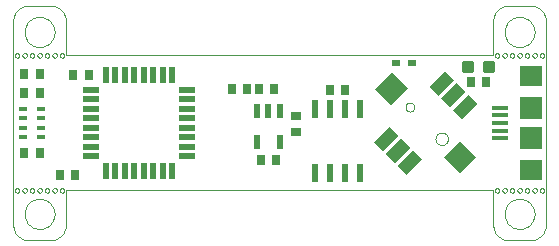
<source format=gtp>
G75*
%MOIN*%
%OFA0B0*%
%FSLAX24Y24*%
%IPPOS*%
%LPD*%
%AMOC8*
5,1,8,0,0,1.08239X$1,22.5*
%
%ADD10C,0.0000*%
%ADD11R,0.0728X0.0433*%
%ADD12R,0.0787X0.0748*%
%ADD13R,0.0551X0.0138*%
%ADD14R,0.0748X0.0709*%
%ADD15R,0.0748X0.0748*%
%ADD16R,0.0236X0.0610*%
%ADD17R,0.0217X0.0472*%
%ADD18C,0.0118*%
%ADD19R,0.0276X0.0197*%
%ADD20R,0.0276X0.0354*%
%ADD21R,0.0354X0.0276*%
%ADD22R,0.0276X0.0177*%
%ADD23R,0.0197X0.0571*%
%ADD24R,0.0571X0.0197*%
D10*
X004943Y002737D02*
X005693Y002737D01*
X005737Y002739D01*
X005780Y002745D01*
X005822Y002754D01*
X005864Y002767D01*
X005904Y002784D01*
X005943Y002804D01*
X005980Y002827D01*
X006014Y002854D01*
X006047Y002883D01*
X006076Y002916D01*
X006103Y002950D01*
X006126Y002987D01*
X006146Y003026D01*
X006163Y003066D01*
X006176Y003108D01*
X006185Y003150D01*
X006191Y003193D01*
X006193Y003237D01*
X006193Y004393D01*
X020443Y004393D01*
X020443Y003237D01*
X020445Y003193D01*
X020451Y003150D01*
X020460Y003108D01*
X020473Y003066D01*
X020490Y003026D01*
X020510Y002987D01*
X020533Y002950D01*
X020560Y002916D01*
X020589Y002883D01*
X020622Y002854D01*
X020656Y002827D01*
X020693Y002804D01*
X020732Y002784D01*
X020772Y002767D01*
X020814Y002754D01*
X020856Y002745D01*
X020899Y002739D01*
X020943Y002737D01*
X021693Y002737D01*
X021737Y002739D01*
X021780Y002745D01*
X021822Y002754D01*
X021864Y002767D01*
X021904Y002784D01*
X021943Y002804D01*
X021980Y002827D01*
X022014Y002854D01*
X022047Y002883D01*
X022076Y002916D01*
X022103Y002950D01*
X022126Y002987D01*
X022146Y003026D01*
X022163Y003066D01*
X022176Y003108D01*
X022185Y003150D01*
X022191Y003193D01*
X022193Y003237D01*
X022193Y010050D01*
X022191Y010094D01*
X022185Y010137D01*
X022176Y010179D01*
X022163Y010221D01*
X022146Y010261D01*
X022126Y010300D01*
X022103Y010337D01*
X022076Y010371D01*
X022047Y010404D01*
X022014Y010433D01*
X021980Y010460D01*
X021943Y010483D01*
X021904Y010503D01*
X021864Y010520D01*
X021822Y010533D01*
X021780Y010542D01*
X021737Y010548D01*
X021693Y010550D01*
X020943Y010550D01*
X020899Y010548D01*
X020856Y010542D01*
X020814Y010533D01*
X020772Y010520D01*
X020732Y010503D01*
X020693Y010483D01*
X020656Y010460D01*
X020622Y010433D01*
X020589Y010404D01*
X020560Y010371D01*
X020533Y010337D01*
X020510Y010300D01*
X020490Y010261D01*
X020473Y010221D01*
X020460Y010179D01*
X020451Y010137D01*
X020445Y010094D01*
X020443Y010050D01*
X020443Y008893D01*
X006193Y008893D01*
X006193Y010050D01*
X006191Y010094D01*
X006185Y010137D01*
X006176Y010179D01*
X006163Y010221D01*
X006146Y010261D01*
X006126Y010300D01*
X006103Y010337D01*
X006076Y010371D01*
X006047Y010404D01*
X006014Y010433D01*
X005980Y010460D01*
X005943Y010483D01*
X005904Y010503D01*
X005864Y010520D01*
X005822Y010533D01*
X005780Y010542D01*
X005737Y010548D01*
X005693Y010550D01*
X004943Y010550D01*
X004899Y010548D01*
X004856Y010542D01*
X004814Y010533D01*
X004772Y010520D01*
X004732Y010503D01*
X004693Y010483D01*
X004656Y010460D01*
X004622Y010433D01*
X004589Y010404D01*
X004560Y010371D01*
X004533Y010337D01*
X004510Y010300D01*
X004490Y010261D01*
X004473Y010221D01*
X004460Y010179D01*
X004451Y010137D01*
X004445Y010094D01*
X004443Y010050D01*
X004443Y003237D01*
X004445Y003193D01*
X004451Y003150D01*
X004460Y003108D01*
X004473Y003066D01*
X004490Y003026D01*
X004510Y002987D01*
X004533Y002950D01*
X004560Y002916D01*
X004589Y002883D01*
X004622Y002854D01*
X004656Y002827D01*
X004693Y002804D01*
X004732Y002784D01*
X004772Y002767D01*
X004814Y002754D01*
X004856Y002745D01*
X004899Y002739D01*
X004943Y002737D01*
X004818Y003612D02*
X004820Y003656D01*
X004826Y003700D01*
X004836Y003743D01*
X004849Y003785D01*
X004866Y003826D01*
X004887Y003865D01*
X004911Y003902D01*
X004938Y003937D01*
X004968Y003969D01*
X005001Y003999D01*
X005037Y004025D01*
X005074Y004049D01*
X005114Y004068D01*
X005155Y004085D01*
X005198Y004097D01*
X005241Y004106D01*
X005285Y004111D01*
X005329Y004112D01*
X005373Y004109D01*
X005417Y004102D01*
X005460Y004091D01*
X005502Y004077D01*
X005542Y004059D01*
X005581Y004037D01*
X005617Y004013D01*
X005651Y003985D01*
X005683Y003954D01*
X005712Y003920D01*
X005738Y003884D01*
X005760Y003846D01*
X005779Y003806D01*
X005794Y003764D01*
X005806Y003722D01*
X005814Y003678D01*
X005818Y003634D01*
X005818Y003590D01*
X005814Y003546D01*
X005806Y003502D01*
X005794Y003460D01*
X005779Y003418D01*
X005760Y003378D01*
X005738Y003340D01*
X005712Y003304D01*
X005683Y003270D01*
X005651Y003239D01*
X005617Y003211D01*
X005581Y003187D01*
X005542Y003165D01*
X005502Y003147D01*
X005460Y003133D01*
X005417Y003122D01*
X005373Y003115D01*
X005329Y003112D01*
X005285Y003113D01*
X005241Y003118D01*
X005198Y003127D01*
X005155Y003139D01*
X005114Y003156D01*
X005074Y003175D01*
X005037Y003199D01*
X005001Y003225D01*
X004968Y003255D01*
X004938Y003287D01*
X004911Y003322D01*
X004887Y003359D01*
X004866Y003398D01*
X004849Y003439D01*
X004836Y003481D01*
X004826Y003524D01*
X004820Y003568D01*
X004818Y003612D01*
X004743Y004393D02*
X004745Y004410D01*
X004750Y004426D01*
X004759Y004440D01*
X004771Y004452D01*
X004785Y004461D01*
X004801Y004466D01*
X004818Y004468D01*
X004835Y004466D01*
X004851Y004461D01*
X004865Y004452D01*
X004877Y004440D01*
X004886Y004426D01*
X004891Y004410D01*
X004893Y004393D01*
X004891Y004376D01*
X004886Y004360D01*
X004877Y004346D01*
X004865Y004334D01*
X004851Y004325D01*
X004835Y004320D01*
X004818Y004318D01*
X004801Y004320D01*
X004785Y004325D01*
X004771Y004334D01*
X004759Y004346D01*
X004750Y004360D01*
X004745Y004376D01*
X004743Y004393D01*
X004493Y004393D02*
X004495Y004410D01*
X004500Y004426D01*
X004509Y004440D01*
X004521Y004452D01*
X004535Y004461D01*
X004551Y004466D01*
X004568Y004468D01*
X004585Y004466D01*
X004601Y004461D01*
X004615Y004452D01*
X004627Y004440D01*
X004636Y004426D01*
X004641Y004410D01*
X004643Y004393D01*
X004641Y004376D01*
X004636Y004360D01*
X004627Y004346D01*
X004615Y004334D01*
X004601Y004325D01*
X004585Y004320D01*
X004568Y004318D01*
X004551Y004320D01*
X004535Y004325D01*
X004521Y004334D01*
X004509Y004346D01*
X004500Y004360D01*
X004495Y004376D01*
X004493Y004393D01*
X004993Y004393D02*
X004995Y004410D01*
X005000Y004426D01*
X005009Y004440D01*
X005021Y004452D01*
X005035Y004461D01*
X005051Y004466D01*
X005068Y004468D01*
X005085Y004466D01*
X005101Y004461D01*
X005115Y004452D01*
X005127Y004440D01*
X005136Y004426D01*
X005141Y004410D01*
X005143Y004393D01*
X005141Y004376D01*
X005136Y004360D01*
X005127Y004346D01*
X005115Y004334D01*
X005101Y004325D01*
X005085Y004320D01*
X005068Y004318D01*
X005051Y004320D01*
X005035Y004325D01*
X005021Y004334D01*
X005009Y004346D01*
X005000Y004360D01*
X004995Y004376D01*
X004993Y004393D01*
X005243Y004393D02*
X005245Y004410D01*
X005250Y004426D01*
X005259Y004440D01*
X005271Y004452D01*
X005285Y004461D01*
X005301Y004466D01*
X005318Y004468D01*
X005335Y004466D01*
X005351Y004461D01*
X005365Y004452D01*
X005377Y004440D01*
X005386Y004426D01*
X005391Y004410D01*
X005393Y004393D01*
X005391Y004376D01*
X005386Y004360D01*
X005377Y004346D01*
X005365Y004334D01*
X005351Y004325D01*
X005335Y004320D01*
X005318Y004318D01*
X005301Y004320D01*
X005285Y004325D01*
X005271Y004334D01*
X005259Y004346D01*
X005250Y004360D01*
X005245Y004376D01*
X005243Y004393D01*
X005493Y004393D02*
X005495Y004410D01*
X005500Y004426D01*
X005509Y004440D01*
X005521Y004452D01*
X005535Y004461D01*
X005551Y004466D01*
X005568Y004468D01*
X005585Y004466D01*
X005601Y004461D01*
X005615Y004452D01*
X005627Y004440D01*
X005636Y004426D01*
X005641Y004410D01*
X005643Y004393D01*
X005641Y004376D01*
X005636Y004360D01*
X005627Y004346D01*
X005615Y004334D01*
X005601Y004325D01*
X005585Y004320D01*
X005568Y004318D01*
X005551Y004320D01*
X005535Y004325D01*
X005521Y004334D01*
X005509Y004346D01*
X005500Y004360D01*
X005495Y004376D01*
X005493Y004393D01*
X005743Y004393D02*
X005745Y004410D01*
X005750Y004426D01*
X005759Y004440D01*
X005771Y004452D01*
X005785Y004461D01*
X005801Y004466D01*
X005818Y004468D01*
X005835Y004466D01*
X005851Y004461D01*
X005865Y004452D01*
X005877Y004440D01*
X005886Y004426D01*
X005891Y004410D01*
X005893Y004393D01*
X005891Y004376D01*
X005886Y004360D01*
X005877Y004346D01*
X005865Y004334D01*
X005851Y004325D01*
X005835Y004320D01*
X005818Y004318D01*
X005801Y004320D01*
X005785Y004325D01*
X005771Y004334D01*
X005759Y004346D01*
X005750Y004360D01*
X005745Y004376D01*
X005743Y004393D01*
X005993Y004393D02*
X005995Y004410D01*
X006000Y004426D01*
X006009Y004440D01*
X006021Y004452D01*
X006035Y004461D01*
X006051Y004466D01*
X006068Y004468D01*
X006085Y004466D01*
X006101Y004461D01*
X006115Y004452D01*
X006127Y004440D01*
X006136Y004426D01*
X006141Y004410D01*
X006143Y004393D01*
X006141Y004376D01*
X006136Y004360D01*
X006127Y004346D01*
X006115Y004334D01*
X006101Y004325D01*
X006085Y004320D01*
X006068Y004318D01*
X006051Y004320D01*
X006035Y004325D01*
X006021Y004334D01*
X006009Y004346D01*
X006000Y004360D01*
X005995Y004376D01*
X005993Y004393D01*
X005993Y008893D02*
X005995Y008910D01*
X006000Y008926D01*
X006009Y008940D01*
X006021Y008952D01*
X006035Y008961D01*
X006051Y008966D01*
X006068Y008968D01*
X006085Y008966D01*
X006101Y008961D01*
X006115Y008952D01*
X006127Y008940D01*
X006136Y008926D01*
X006141Y008910D01*
X006143Y008893D01*
X006141Y008876D01*
X006136Y008860D01*
X006127Y008846D01*
X006115Y008834D01*
X006101Y008825D01*
X006085Y008820D01*
X006068Y008818D01*
X006051Y008820D01*
X006035Y008825D01*
X006021Y008834D01*
X006009Y008846D01*
X006000Y008860D01*
X005995Y008876D01*
X005993Y008893D01*
X005743Y008893D02*
X005745Y008910D01*
X005750Y008926D01*
X005759Y008940D01*
X005771Y008952D01*
X005785Y008961D01*
X005801Y008966D01*
X005818Y008968D01*
X005835Y008966D01*
X005851Y008961D01*
X005865Y008952D01*
X005877Y008940D01*
X005886Y008926D01*
X005891Y008910D01*
X005893Y008893D01*
X005891Y008876D01*
X005886Y008860D01*
X005877Y008846D01*
X005865Y008834D01*
X005851Y008825D01*
X005835Y008820D01*
X005818Y008818D01*
X005801Y008820D01*
X005785Y008825D01*
X005771Y008834D01*
X005759Y008846D01*
X005750Y008860D01*
X005745Y008876D01*
X005743Y008893D01*
X005493Y008893D02*
X005495Y008910D01*
X005500Y008926D01*
X005509Y008940D01*
X005521Y008952D01*
X005535Y008961D01*
X005551Y008966D01*
X005568Y008968D01*
X005585Y008966D01*
X005601Y008961D01*
X005615Y008952D01*
X005627Y008940D01*
X005636Y008926D01*
X005641Y008910D01*
X005643Y008893D01*
X005641Y008876D01*
X005636Y008860D01*
X005627Y008846D01*
X005615Y008834D01*
X005601Y008825D01*
X005585Y008820D01*
X005568Y008818D01*
X005551Y008820D01*
X005535Y008825D01*
X005521Y008834D01*
X005509Y008846D01*
X005500Y008860D01*
X005495Y008876D01*
X005493Y008893D01*
X005243Y008893D02*
X005245Y008910D01*
X005250Y008926D01*
X005259Y008940D01*
X005271Y008952D01*
X005285Y008961D01*
X005301Y008966D01*
X005318Y008968D01*
X005335Y008966D01*
X005351Y008961D01*
X005365Y008952D01*
X005377Y008940D01*
X005386Y008926D01*
X005391Y008910D01*
X005393Y008893D01*
X005391Y008876D01*
X005386Y008860D01*
X005377Y008846D01*
X005365Y008834D01*
X005351Y008825D01*
X005335Y008820D01*
X005318Y008818D01*
X005301Y008820D01*
X005285Y008825D01*
X005271Y008834D01*
X005259Y008846D01*
X005250Y008860D01*
X005245Y008876D01*
X005243Y008893D01*
X004993Y008893D02*
X004995Y008910D01*
X005000Y008926D01*
X005009Y008940D01*
X005021Y008952D01*
X005035Y008961D01*
X005051Y008966D01*
X005068Y008968D01*
X005085Y008966D01*
X005101Y008961D01*
X005115Y008952D01*
X005127Y008940D01*
X005136Y008926D01*
X005141Y008910D01*
X005143Y008893D01*
X005141Y008876D01*
X005136Y008860D01*
X005127Y008846D01*
X005115Y008834D01*
X005101Y008825D01*
X005085Y008820D01*
X005068Y008818D01*
X005051Y008820D01*
X005035Y008825D01*
X005021Y008834D01*
X005009Y008846D01*
X005000Y008860D01*
X004995Y008876D01*
X004993Y008893D01*
X004743Y008893D02*
X004745Y008910D01*
X004750Y008926D01*
X004759Y008940D01*
X004771Y008952D01*
X004785Y008961D01*
X004801Y008966D01*
X004818Y008968D01*
X004835Y008966D01*
X004851Y008961D01*
X004865Y008952D01*
X004877Y008940D01*
X004886Y008926D01*
X004891Y008910D01*
X004893Y008893D01*
X004891Y008876D01*
X004886Y008860D01*
X004877Y008846D01*
X004865Y008834D01*
X004851Y008825D01*
X004835Y008820D01*
X004818Y008818D01*
X004801Y008820D01*
X004785Y008825D01*
X004771Y008834D01*
X004759Y008846D01*
X004750Y008860D01*
X004745Y008876D01*
X004743Y008893D01*
X004493Y008893D02*
X004495Y008910D01*
X004500Y008926D01*
X004509Y008940D01*
X004521Y008952D01*
X004535Y008961D01*
X004551Y008966D01*
X004568Y008968D01*
X004585Y008966D01*
X004601Y008961D01*
X004615Y008952D01*
X004627Y008940D01*
X004636Y008926D01*
X004641Y008910D01*
X004643Y008893D01*
X004641Y008876D01*
X004636Y008860D01*
X004627Y008846D01*
X004615Y008834D01*
X004601Y008825D01*
X004585Y008820D01*
X004568Y008818D01*
X004551Y008820D01*
X004535Y008825D01*
X004521Y008834D01*
X004509Y008846D01*
X004500Y008860D01*
X004495Y008876D01*
X004493Y008893D01*
X004818Y009675D02*
X004820Y009719D01*
X004826Y009763D01*
X004836Y009806D01*
X004849Y009848D01*
X004866Y009889D01*
X004887Y009928D01*
X004911Y009965D01*
X004938Y010000D01*
X004968Y010032D01*
X005001Y010062D01*
X005037Y010088D01*
X005074Y010112D01*
X005114Y010131D01*
X005155Y010148D01*
X005198Y010160D01*
X005241Y010169D01*
X005285Y010174D01*
X005329Y010175D01*
X005373Y010172D01*
X005417Y010165D01*
X005460Y010154D01*
X005502Y010140D01*
X005542Y010122D01*
X005581Y010100D01*
X005617Y010076D01*
X005651Y010048D01*
X005683Y010017D01*
X005712Y009983D01*
X005738Y009947D01*
X005760Y009909D01*
X005779Y009869D01*
X005794Y009827D01*
X005806Y009785D01*
X005814Y009741D01*
X005818Y009697D01*
X005818Y009653D01*
X005814Y009609D01*
X005806Y009565D01*
X005794Y009523D01*
X005779Y009481D01*
X005760Y009441D01*
X005738Y009403D01*
X005712Y009367D01*
X005683Y009333D01*
X005651Y009302D01*
X005617Y009274D01*
X005581Y009250D01*
X005542Y009228D01*
X005502Y009210D01*
X005460Y009196D01*
X005417Y009185D01*
X005373Y009178D01*
X005329Y009175D01*
X005285Y009176D01*
X005241Y009181D01*
X005198Y009190D01*
X005155Y009202D01*
X005114Y009219D01*
X005074Y009238D01*
X005037Y009262D01*
X005001Y009288D01*
X004968Y009318D01*
X004938Y009350D01*
X004911Y009385D01*
X004887Y009422D01*
X004866Y009461D01*
X004849Y009502D01*
X004836Y009544D01*
X004826Y009587D01*
X004820Y009631D01*
X004818Y009675D01*
X017516Y007172D02*
X017518Y007196D01*
X017524Y007219D01*
X017533Y007241D01*
X017546Y007261D01*
X017561Y007279D01*
X017580Y007294D01*
X017601Y007306D01*
X017623Y007314D01*
X017646Y007319D01*
X017670Y007320D01*
X017694Y007317D01*
X017716Y007310D01*
X017738Y007300D01*
X017758Y007287D01*
X017775Y007270D01*
X017789Y007251D01*
X017800Y007230D01*
X017808Y007207D01*
X017812Y007184D01*
X017812Y007160D01*
X017808Y007137D01*
X017800Y007114D01*
X017789Y007093D01*
X017775Y007074D01*
X017758Y007057D01*
X017738Y007044D01*
X017716Y007034D01*
X017694Y007027D01*
X017670Y007024D01*
X017646Y007025D01*
X017623Y007030D01*
X017601Y007038D01*
X017580Y007050D01*
X017561Y007065D01*
X017546Y007083D01*
X017533Y007103D01*
X017524Y007125D01*
X017518Y007148D01*
X017516Y007172D01*
X018515Y006114D02*
X018517Y006142D01*
X018523Y006170D01*
X018532Y006196D01*
X018545Y006222D01*
X018561Y006245D01*
X018581Y006265D01*
X018603Y006283D01*
X018627Y006298D01*
X018653Y006309D01*
X018680Y006317D01*
X018708Y006321D01*
X018736Y006321D01*
X018764Y006317D01*
X018791Y006309D01*
X018817Y006298D01*
X018841Y006283D01*
X018863Y006265D01*
X018883Y006245D01*
X018899Y006222D01*
X018912Y006196D01*
X018921Y006170D01*
X018927Y006142D01*
X018929Y006114D01*
X018927Y006086D01*
X018921Y006058D01*
X018912Y006032D01*
X018899Y006006D01*
X018883Y005983D01*
X018863Y005963D01*
X018841Y005945D01*
X018817Y005930D01*
X018791Y005919D01*
X018764Y005911D01*
X018736Y005907D01*
X018708Y005907D01*
X018680Y005911D01*
X018653Y005919D01*
X018627Y005930D01*
X018603Y005945D01*
X018581Y005963D01*
X018561Y005983D01*
X018545Y006006D01*
X018532Y006032D01*
X018523Y006058D01*
X018517Y006086D01*
X018515Y006114D01*
X020493Y004393D02*
X020495Y004410D01*
X020500Y004426D01*
X020509Y004440D01*
X020521Y004452D01*
X020535Y004461D01*
X020551Y004466D01*
X020568Y004468D01*
X020585Y004466D01*
X020601Y004461D01*
X020615Y004452D01*
X020627Y004440D01*
X020636Y004426D01*
X020641Y004410D01*
X020643Y004393D01*
X020641Y004376D01*
X020636Y004360D01*
X020627Y004346D01*
X020615Y004334D01*
X020601Y004325D01*
X020585Y004320D01*
X020568Y004318D01*
X020551Y004320D01*
X020535Y004325D01*
X020521Y004334D01*
X020509Y004346D01*
X020500Y004360D01*
X020495Y004376D01*
X020493Y004393D01*
X020743Y004393D02*
X020745Y004410D01*
X020750Y004426D01*
X020759Y004440D01*
X020771Y004452D01*
X020785Y004461D01*
X020801Y004466D01*
X020818Y004468D01*
X020835Y004466D01*
X020851Y004461D01*
X020865Y004452D01*
X020877Y004440D01*
X020886Y004426D01*
X020891Y004410D01*
X020893Y004393D01*
X020891Y004376D01*
X020886Y004360D01*
X020877Y004346D01*
X020865Y004334D01*
X020851Y004325D01*
X020835Y004320D01*
X020818Y004318D01*
X020801Y004320D01*
X020785Y004325D01*
X020771Y004334D01*
X020759Y004346D01*
X020750Y004360D01*
X020745Y004376D01*
X020743Y004393D01*
X020993Y004393D02*
X020995Y004410D01*
X021000Y004426D01*
X021009Y004440D01*
X021021Y004452D01*
X021035Y004461D01*
X021051Y004466D01*
X021068Y004468D01*
X021085Y004466D01*
X021101Y004461D01*
X021115Y004452D01*
X021127Y004440D01*
X021136Y004426D01*
X021141Y004410D01*
X021143Y004393D01*
X021141Y004376D01*
X021136Y004360D01*
X021127Y004346D01*
X021115Y004334D01*
X021101Y004325D01*
X021085Y004320D01*
X021068Y004318D01*
X021051Y004320D01*
X021035Y004325D01*
X021021Y004334D01*
X021009Y004346D01*
X021000Y004360D01*
X020995Y004376D01*
X020993Y004393D01*
X021243Y004393D02*
X021245Y004410D01*
X021250Y004426D01*
X021259Y004440D01*
X021271Y004452D01*
X021285Y004461D01*
X021301Y004466D01*
X021318Y004468D01*
X021335Y004466D01*
X021351Y004461D01*
X021365Y004452D01*
X021377Y004440D01*
X021386Y004426D01*
X021391Y004410D01*
X021393Y004393D01*
X021391Y004376D01*
X021386Y004360D01*
X021377Y004346D01*
X021365Y004334D01*
X021351Y004325D01*
X021335Y004320D01*
X021318Y004318D01*
X021301Y004320D01*
X021285Y004325D01*
X021271Y004334D01*
X021259Y004346D01*
X021250Y004360D01*
X021245Y004376D01*
X021243Y004393D01*
X021493Y004393D02*
X021495Y004410D01*
X021500Y004426D01*
X021509Y004440D01*
X021521Y004452D01*
X021535Y004461D01*
X021551Y004466D01*
X021568Y004468D01*
X021585Y004466D01*
X021601Y004461D01*
X021615Y004452D01*
X021627Y004440D01*
X021636Y004426D01*
X021641Y004410D01*
X021643Y004393D01*
X021641Y004376D01*
X021636Y004360D01*
X021627Y004346D01*
X021615Y004334D01*
X021601Y004325D01*
X021585Y004320D01*
X021568Y004318D01*
X021551Y004320D01*
X021535Y004325D01*
X021521Y004334D01*
X021509Y004346D01*
X021500Y004360D01*
X021495Y004376D01*
X021493Y004393D01*
X021743Y004393D02*
X021745Y004410D01*
X021750Y004426D01*
X021759Y004440D01*
X021771Y004452D01*
X021785Y004461D01*
X021801Y004466D01*
X021818Y004468D01*
X021835Y004466D01*
X021851Y004461D01*
X021865Y004452D01*
X021877Y004440D01*
X021886Y004426D01*
X021891Y004410D01*
X021893Y004393D01*
X021891Y004376D01*
X021886Y004360D01*
X021877Y004346D01*
X021865Y004334D01*
X021851Y004325D01*
X021835Y004320D01*
X021818Y004318D01*
X021801Y004320D01*
X021785Y004325D01*
X021771Y004334D01*
X021759Y004346D01*
X021750Y004360D01*
X021745Y004376D01*
X021743Y004393D01*
X021993Y004393D02*
X021995Y004410D01*
X022000Y004426D01*
X022009Y004440D01*
X022021Y004452D01*
X022035Y004461D01*
X022051Y004466D01*
X022068Y004468D01*
X022085Y004466D01*
X022101Y004461D01*
X022115Y004452D01*
X022127Y004440D01*
X022136Y004426D01*
X022141Y004410D01*
X022143Y004393D01*
X022141Y004376D01*
X022136Y004360D01*
X022127Y004346D01*
X022115Y004334D01*
X022101Y004325D01*
X022085Y004320D01*
X022068Y004318D01*
X022051Y004320D01*
X022035Y004325D01*
X022021Y004334D01*
X022009Y004346D01*
X022000Y004360D01*
X021995Y004376D01*
X021993Y004393D01*
X020818Y003612D02*
X020820Y003656D01*
X020826Y003700D01*
X020836Y003743D01*
X020849Y003785D01*
X020866Y003826D01*
X020887Y003865D01*
X020911Y003902D01*
X020938Y003937D01*
X020968Y003969D01*
X021001Y003999D01*
X021037Y004025D01*
X021074Y004049D01*
X021114Y004068D01*
X021155Y004085D01*
X021198Y004097D01*
X021241Y004106D01*
X021285Y004111D01*
X021329Y004112D01*
X021373Y004109D01*
X021417Y004102D01*
X021460Y004091D01*
X021502Y004077D01*
X021542Y004059D01*
X021581Y004037D01*
X021617Y004013D01*
X021651Y003985D01*
X021683Y003954D01*
X021712Y003920D01*
X021738Y003884D01*
X021760Y003846D01*
X021779Y003806D01*
X021794Y003764D01*
X021806Y003722D01*
X021814Y003678D01*
X021818Y003634D01*
X021818Y003590D01*
X021814Y003546D01*
X021806Y003502D01*
X021794Y003460D01*
X021779Y003418D01*
X021760Y003378D01*
X021738Y003340D01*
X021712Y003304D01*
X021683Y003270D01*
X021651Y003239D01*
X021617Y003211D01*
X021581Y003187D01*
X021542Y003165D01*
X021502Y003147D01*
X021460Y003133D01*
X021417Y003122D01*
X021373Y003115D01*
X021329Y003112D01*
X021285Y003113D01*
X021241Y003118D01*
X021198Y003127D01*
X021155Y003139D01*
X021114Y003156D01*
X021074Y003175D01*
X021037Y003199D01*
X021001Y003225D01*
X020968Y003255D01*
X020938Y003287D01*
X020911Y003322D01*
X020887Y003359D01*
X020866Y003398D01*
X020849Y003439D01*
X020836Y003481D01*
X020826Y003524D01*
X020820Y003568D01*
X020818Y003612D01*
X020743Y008893D02*
X020745Y008910D01*
X020750Y008926D01*
X020759Y008940D01*
X020771Y008952D01*
X020785Y008961D01*
X020801Y008966D01*
X020818Y008968D01*
X020835Y008966D01*
X020851Y008961D01*
X020865Y008952D01*
X020877Y008940D01*
X020886Y008926D01*
X020891Y008910D01*
X020893Y008893D01*
X020891Y008876D01*
X020886Y008860D01*
X020877Y008846D01*
X020865Y008834D01*
X020851Y008825D01*
X020835Y008820D01*
X020818Y008818D01*
X020801Y008820D01*
X020785Y008825D01*
X020771Y008834D01*
X020759Y008846D01*
X020750Y008860D01*
X020745Y008876D01*
X020743Y008893D01*
X020493Y008893D02*
X020495Y008910D01*
X020500Y008926D01*
X020509Y008940D01*
X020521Y008952D01*
X020535Y008961D01*
X020551Y008966D01*
X020568Y008968D01*
X020585Y008966D01*
X020601Y008961D01*
X020615Y008952D01*
X020627Y008940D01*
X020636Y008926D01*
X020641Y008910D01*
X020643Y008893D01*
X020641Y008876D01*
X020636Y008860D01*
X020627Y008846D01*
X020615Y008834D01*
X020601Y008825D01*
X020585Y008820D01*
X020568Y008818D01*
X020551Y008820D01*
X020535Y008825D01*
X020521Y008834D01*
X020509Y008846D01*
X020500Y008860D01*
X020495Y008876D01*
X020493Y008893D01*
X020993Y008893D02*
X020995Y008910D01*
X021000Y008926D01*
X021009Y008940D01*
X021021Y008952D01*
X021035Y008961D01*
X021051Y008966D01*
X021068Y008968D01*
X021085Y008966D01*
X021101Y008961D01*
X021115Y008952D01*
X021127Y008940D01*
X021136Y008926D01*
X021141Y008910D01*
X021143Y008893D01*
X021141Y008876D01*
X021136Y008860D01*
X021127Y008846D01*
X021115Y008834D01*
X021101Y008825D01*
X021085Y008820D01*
X021068Y008818D01*
X021051Y008820D01*
X021035Y008825D01*
X021021Y008834D01*
X021009Y008846D01*
X021000Y008860D01*
X020995Y008876D01*
X020993Y008893D01*
X021243Y008893D02*
X021245Y008910D01*
X021250Y008926D01*
X021259Y008940D01*
X021271Y008952D01*
X021285Y008961D01*
X021301Y008966D01*
X021318Y008968D01*
X021335Y008966D01*
X021351Y008961D01*
X021365Y008952D01*
X021377Y008940D01*
X021386Y008926D01*
X021391Y008910D01*
X021393Y008893D01*
X021391Y008876D01*
X021386Y008860D01*
X021377Y008846D01*
X021365Y008834D01*
X021351Y008825D01*
X021335Y008820D01*
X021318Y008818D01*
X021301Y008820D01*
X021285Y008825D01*
X021271Y008834D01*
X021259Y008846D01*
X021250Y008860D01*
X021245Y008876D01*
X021243Y008893D01*
X021493Y008893D02*
X021495Y008910D01*
X021500Y008926D01*
X021509Y008940D01*
X021521Y008952D01*
X021535Y008961D01*
X021551Y008966D01*
X021568Y008968D01*
X021585Y008966D01*
X021601Y008961D01*
X021615Y008952D01*
X021627Y008940D01*
X021636Y008926D01*
X021641Y008910D01*
X021643Y008893D01*
X021641Y008876D01*
X021636Y008860D01*
X021627Y008846D01*
X021615Y008834D01*
X021601Y008825D01*
X021585Y008820D01*
X021568Y008818D01*
X021551Y008820D01*
X021535Y008825D01*
X021521Y008834D01*
X021509Y008846D01*
X021500Y008860D01*
X021495Y008876D01*
X021493Y008893D01*
X021743Y008893D02*
X021745Y008910D01*
X021750Y008926D01*
X021759Y008940D01*
X021771Y008952D01*
X021785Y008961D01*
X021801Y008966D01*
X021818Y008968D01*
X021835Y008966D01*
X021851Y008961D01*
X021865Y008952D01*
X021877Y008940D01*
X021886Y008926D01*
X021891Y008910D01*
X021893Y008893D01*
X021891Y008876D01*
X021886Y008860D01*
X021877Y008846D01*
X021865Y008834D01*
X021851Y008825D01*
X021835Y008820D01*
X021818Y008818D01*
X021801Y008820D01*
X021785Y008825D01*
X021771Y008834D01*
X021759Y008846D01*
X021750Y008860D01*
X021745Y008876D01*
X021743Y008893D01*
X021993Y008893D02*
X021995Y008910D01*
X022000Y008926D01*
X022009Y008940D01*
X022021Y008952D01*
X022035Y008961D01*
X022051Y008966D01*
X022068Y008968D01*
X022085Y008966D01*
X022101Y008961D01*
X022115Y008952D01*
X022127Y008940D01*
X022136Y008926D01*
X022141Y008910D01*
X022143Y008893D01*
X022141Y008876D01*
X022136Y008860D01*
X022127Y008846D01*
X022115Y008834D01*
X022101Y008825D01*
X022085Y008820D01*
X022068Y008818D01*
X022051Y008820D01*
X022035Y008825D01*
X022021Y008834D01*
X022009Y008846D01*
X022000Y008860D01*
X021995Y008876D01*
X021993Y008893D01*
X020818Y009675D02*
X020820Y009719D01*
X020826Y009763D01*
X020836Y009806D01*
X020849Y009848D01*
X020866Y009889D01*
X020887Y009928D01*
X020911Y009965D01*
X020938Y010000D01*
X020968Y010032D01*
X021001Y010062D01*
X021037Y010088D01*
X021074Y010112D01*
X021114Y010131D01*
X021155Y010148D01*
X021198Y010160D01*
X021241Y010169D01*
X021285Y010174D01*
X021329Y010175D01*
X021373Y010172D01*
X021417Y010165D01*
X021460Y010154D01*
X021502Y010140D01*
X021542Y010122D01*
X021581Y010100D01*
X021617Y010076D01*
X021651Y010048D01*
X021683Y010017D01*
X021712Y009983D01*
X021738Y009947D01*
X021760Y009909D01*
X021779Y009869D01*
X021794Y009827D01*
X021806Y009785D01*
X021814Y009741D01*
X021818Y009697D01*
X021818Y009653D01*
X021814Y009609D01*
X021806Y009565D01*
X021794Y009523D01*
X021779Y009481D01*
X021760Y009441D01*
X021738Y009403D01*
X021712Y009367D01*
X021683Y009333D01*
X021651Y009302D01*
X021617Y009274D01*
X021581Y009250D01*
X021542Y009228D01*
X021502Y009210D01*
X021460Y009196D01*
X021417Y009185D01*
X021373Y009178D01*
X021329Y009175D01*
X021285Y009176D01*
X021241Y009181D01*
X021198Y009190D01*
X021155Y009202D01*
X021114Y009219D01*
X021074Y009238D01*
X021037Y009262D01*
X021001Y009288D01*
X020968Y009318D01*
X020938Y009350D01*
X020911Y009385D01*
X020887Y009422D01*
X020866Y009461D01*
X020849Y009502D01*
X020836Y009544D01*
X020826Y009587D01*
X020820Y009631D01*
X020818Y009675D01*
D11*
G36*
X019139Y008063D02*
X018625Y007549D01*
X018319Y007855D01*
X018833Y008369D01*
X019139Y008063D01*
G37*
G36*
X019528Y007673D02*
X019014Y007159D01*
X018708Y007465D01*
X019222Y007979D01*
X019528Y007673D01*
G37*
G36*
X019918Y007283D02*
X019404Y006769D01*
X019098Y007075D01*
X019612Y007589D01*
X019918Y007283D01*
G37*
G36*
X017677Y005822D02*
X017163Y005308D01*
X016857Y005614D01*
X017371Y006128D01*
X017677Y005822D01*
G37*
G36*
X018067Y005432D02*
X017553Y004918D01*
X017247Y005224D01*
X017761Y005738D01*
X018067Y005432D01*
G37*
G36*
X017287Y006211D02*
X016773Y005697D01*
X016467Y006003D01*
X016981Y006517D01*
X017287Y006211D01*
G37*
D12*
G36*
X019876Y005515D02*
X019321Y004960D01*
X018792Y005489D01*
X019347Y006044D01*
X019876Y005515D01*
G37*
G36*
X017593Y007798D02*
X017038Y007243D01*
X016509Y007772D01*
X017064Y008327D01*
X017593Y007798D01*
G37*
D13*
X020650Y007155D03*
X020650Y006899D03*
X020650Y006643D03*
X020650Y006387D03*
X020650Y006131D03*
D14*
X021693Y005069D03*
X021693Y008218D03*
D15*
X021693Y007143D03*
X021693Y006143D03*
D16*
X016005Y007109D03*
X015505Y007109D03*
X015005Y007109D03*
X014505Y007109D03*
X014505Y004983D03*
X015005Y004983D03*
X015505Y004983D03*
X016005Y004983D03*
D17*
X013317Y006006D03*
X012569Y006006D03*
X012569Y007030D03*
X012943Y007030D03*
X013317Y007030D03*
D18*
X019460Y008380D02*
X019460Y008656D01*
X019736Y008656D01*
X019736Y008380D01*
X019460Y008380D01*
X019460Y008497D02*
X019736Y008497D01*
X019736Y008614D02*
X019460Y008614D01*
X020150Y008656D02*
X020150Y008380D01*
X020150Y008656D02*
X020426Y008656D01*
X020426Y008380D01*
X020150Y008380D01*
X020150Y008497D02*
X020426Y008497D01*
X020426Y008614D02*
X020150Y008614D01*
D19*
X017718Y008643D03*
X017207Y008643D03*
D20*
X015511Y007737D03*
X014999Y007737D03*
X013136Y007768D03*
X012624Y007768D03*
X012230Y007768D03*
X011718Y007768D03*
X012687Y005393D03*
X013199Y005393D03*
X006949Y008237D03*
X006437Y008237D03*
X005324Y008268D03*
X004812Y008268D03*
X004812Y007643D03*
X005324Y007643D03*
X005324Y005643D03*
X004812Y005643D03*
X005999Y004893D03*
X006511Y004893D03*
X019687Y008018D03*
X020199Y008018D03*
D21*
X013880Y006868D03*
X013880Y006356D03*
D22*
X005373Y006486D03*
X005373Y006801D03*
X005373Y007116D03*
X004763Y007116D03*
X004763Y006801D03*
X004763Y006486D03*
X004763Y006171D03*
X005373Y006171D03*
D23*
X007528Y005029D03*
X007843Y005029D03*
X008158Y005029D03*
X008473Y005029D03*
X008788Y005029D03*
X009103Y005029D03*
X009418Y005029D03*
X009733Y005029D03*
X009733Y008257D03*
X009418Y008257D03*
X009103Y008257D03*
X008788Y008257D03*
X008473Y008257D03*
X008158Y008257D03*
X007843Y008257D03*
X007528Y008257D03*
D24*
X007016Y007746D03*
X007016Y007431D03*
X007016Y007116D03*
X007016Y006801D03*
X007016Y006486D03*
X007016Y006171D03*
X007016Y005856D03*
X007016Y005541D03*
X010245Y005541D03*
X010245Y005856D03*
X010245Y006171D03*
X010245Y006486D03*
X010245Y006801D03*
X010245Y007116D03*
X010245Y007431D03*
X010245Y007746D03*
M02*

</source>
